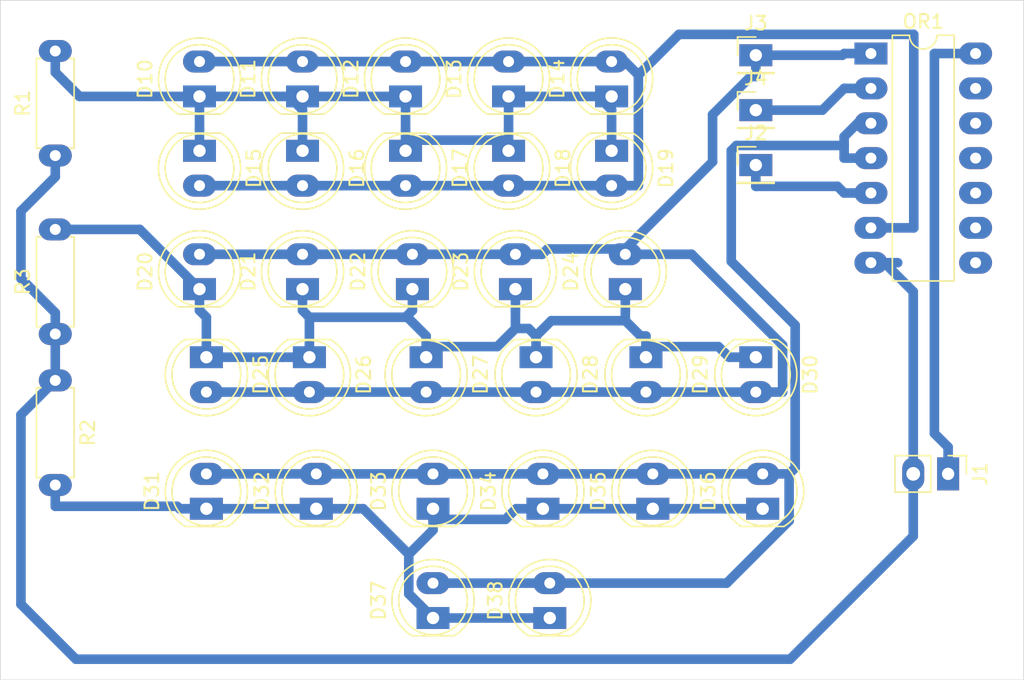
<source format=kicad_pcb>
(kicad_pcb (version 20240108) (generator "pcbnew") (generator_version "8.0")
  (layers (0 "F.Cu" signal) (31 "B.Cu" signal) (34 "B.Paste" user) (35 "F.Paste" user) (36 "B.SilkS" user "B.Silkscreen") (37 "F.SilkS" user "F.Silkscreen") (38 "B.Mask" user) (39 "F.Mask" user) (44 "Edge.Cuts" user))
  (net 0 "")
  (net 1 "Net-(D10-Pad1)")
  (net 2 "OR_OUT2")
  (net 3 "Net-(D20-Pad1)")
  (net 4 "DS2")
  (net 5 "Net-(D31-Pad1)")
  (net 6 "OR_OUT1")
  (net 7 "GND")
  (net 8 "DS1")
  (net 9 "VCC")
  (net 11 "DS3")
  (footprint "Package_DIP:DIP-14_W7.62mm_LongPads" (layer "F.Cu") (at 92.38 44.375)
    (property "Reference" "OR1" (at 3.81 -2.33 0) (layer "F.SilkS"))
    (property "Value" "7432")
    (fp_line (start 1.56 -1.33) (end 1.56 16.57) (stroke (width 0.12)) (layer "F.SilkS"))
    (fp_line (start 1.56 16.57) (end 6.06 16.57) (stroke (width 0.12)) (layer "F.SilkS"))
    (fp_line (start 2.81 -1.33) (end 1.56 -1.33) (stroke (width 0.12)) (layer "F.SilkS"))
    (fp_line (start 6.06 -1.33) (end 4.81 -1.33) (stroke (width 0.12)) (layer "F.SilkS"))
    (fp_line (start 6.06 16.57) (end 6.06 -1.33) (stroke (width 0.12)) (layer "F.SilkS"))
    (fp_arc (start 4.81 -1.33) (mid 3.81 -0.33) (end 2.81 -1.33) (stroke (width 0.12)) (layer "F.SilkS"))
    (pad "1" thru_hole rect (at 0 0) (size 2.4 1.6) (drill 0.8) (layers "*.Cu" "*.Mask") (net 4 "DS2"))
    (pad "2" thru_hole oval (at 0 2.54) (size 2.4 1.6) (drill 0.8) (layers "*.Cu" "*.Mask") (net 11 "DS3"))
    (pad "3" thru_hole oval (at 0 5.08) (size 2.4 1.6) (drill 0.8) (layers "*.Cu" "*.Mask") (net 6 "OR_OUT1"))
    (pad "4" thru_hole oval (at 0 7.62) (size 2.4 1.6) (drill 0.8) (layers "*.Cu" "*.Mask") (net 6 "OR_OUT1"))
    (pad "5" thru_hole oval (at 0 10.16) (size 2.4 1.6) (drill 0.8) (layers "*.Cu" "*.Mask") (net 8 "DS1"))
    (pad "6" thru_hole oval (at 0 12.7) (size 2.4 1.6) (drill 0.8) (layers "*.Cu" "*.Mask") (net 2 "OR_OUT2"))
    (pad "7" thru_hole oval (at 0 15.24) (size 2.4 1.6) (drill 0.8) (layers "*.Cu" "*.Mask") (net 7 "GND"))
    (pad "8" thru_hole oval (at 7.62 15.24) (size 2.4 1.6) (drill 0.8) (layers "*.Cu" "*.Mask"))
    (pad "9" thru_hole oval (at 7.62 12.7) (size 2.4 1.6) (drill 0.8) (layers "*.Cu" "*.Mask"))
    (pad "10" thru_hole oval (at 7.62 10.16) (size 2.4 1.6) (drill 0.8) (layers "*.Cu" "*.Mask"))
    (pad "11" thru_hole oval (at 7.62 7.62) (size 2.4 1.6) (drill 0.8) (layers "*.Cu" "*.Mask"))
    (pad "12" thru_hole oval (at 7.62 5.08) (size 2.4 1.6) (drill 0.8) (layers "*.Cu" "*.Mask"))
    (pad "13" thru_hole oval (at 7.62 2.54) (size 2.4 1.6) (drill 0.8) (layers "*.Cu" "*.Mask"))
    (pad "14" thru_hole oval (at 7.62 0) (size 2.4 1.6) (drill 0.8) (layers "*.Cu" "*.Mask") (net 9 "VCC"))
  )
  (footprint "LED_THT:LED_D5.0mm" (layer "F.Cu") (at 68 66.5 -90)
    (property "Reference" "D28" (at 1.27 -3.96 90) (layer "F.SilkS"))
    (property "Value" "PLAYER2_WIN" (hide yes))
    (fp_line (start -1.29 -1.545) (end -1.29 1.545) (stroke (width 0.12)) (layer "F.SilkS"))
    (fp_arc (start 4.26 -0.000462) (mid 2.072002 2.880433) (end -1.29 1.54483) (stroke (width 0.12)) (layer "F.SilkS"))
    (fp_arc (start -1.29 -1.54483) (mid 2.072002 -2.880433) (end 4.26 0.000462) (stroke (width 0.12)) (layer "F.SilkS"))
    (fp_circle (center 1.27 0) (end 3.77 0) (stroke (width 0.12)) (fill none) (layer "F.SilkS"))
    (pad "1" thru_hole rect (at 0 0 270) (size 1.6 2.4) (drill 0.9) (layers "*.Cu" "*.Mask") (net 3 "Net-(D20-Pad1)"))
    (pad "2" thru_hole oval (at 2.54 0 270) (size 1.6 2.4) (drill 0.8) (layers "*.Cu" "*.Mask") (net 4 "DS2"))
  )
  (footprint "LED_THT:LED_D5.0mm" (layer "F.Cu") (at 51.5 66.5 -90)
    (property "Reference" "D26" (at 1.27 -3.96 90) (layer "F.SilkS"))
    (property "Value" "PLAYER2_WIN" (hide yes))
    (fp_line (start -1.29 -1.545) (end -1.29 1.545) (stroke (width 0.12)) (layer "F.SilkS"))
    (fp_arc (start 4.26 -0.000462) (mid 2.072002 2.880433) (end -1.29 1.54483) (stroke (width 0.12)) (layer "F.SilkS"))
    (fp_arc (start -1.29 -1.54483) (mid 2.072002 -2.880433) (end 4.26 0.000462) (stroke (width 0.12)) (layer "F.SilkS"))
    (fp_circle (center 1.27 0) (end 3.77 0) (stroke (width 0.12)) (fill none) (layer "F.SilkS"))
    (pad "1" thru_hole rect (at 0 0 270) (size 1.6 2.4) (drill 0.9) (layers "*.Cu" "*.Mask") (net 3 "Net-(D20-Pad1)"))
    (pad "2" thru_hole oval (at 2.54 0 270) (size 1.6 2.4) (drill 0.8) (layers "*.Cu" "*.Mask") (net 4 "DS2"))
  )
  (footprint "LED_THT:LED_D5.0mm" (layer "F.Cu") (at 73.5 47.5 90)
    (property "Reference" "D14" (at 1.27 -3.96 90) (layer "F.SilkS"))
    (property "Value" "PLAYER2_WIN" (hide yes))
    (fp_line (start -1.29 -1.545) (end -1.29 1.545) (stroke (width 0.12)) (layer "F.SilkS"))
    (fp_arc (start -1.29 -1.54483) (mid 2.072002 -2.880433) (end 4.26 0.000462) (stroke (width 0.12)) (layer "F.SilkS"))
    (fp_arc (start 4.26 -0.000462) (mid 2.072002 2.880433) (end -1.29 1.54483) (stroke (width 0.12)) (layer "F.SilkS"))
    (fp_circle (center 1.27 0) (end 3.77 0) (stroke (width 0.12)) (fill none) (layer "F.SilkS"))
    (pad "1" thru_hole rect (at 0 0 90) (size 1.6 2.4) (drill 0.9) (layers "*.Cu" "*.Mask") (net 1 "Net-(D10-Pad1)"))
    (pad "2" thru_hole oval (at 2.54 0 90) (size 1.6 2.4) (drill 0.8) (layers "*.Cu" "*.Mask") (net 2 "OR_OUT2"))
  )
  (footprint "LED_THT:LED_D5.0mm" (layer "F.Cu") (at 51 61.54 90)
    (property "Reference" "D21" (at 1.27 -3.96 90) (layer "F.SilkS"))
    (property "Value" "PLAYER2_WIN" (hide yes))
    (fp_line (start -1.29 -1.545) (end -1.29 1.545) (stroke (width 0.12)) (layer "F.SilkS"))
    (fp_arc (start -1.29 -1.54483) (mid 2.072002 -2.880433) (end 4.26 0.000462) (stroke (width 0.12)) (layer "F.SilkS"))
    (fp_arc (start 4.26 -0.000462) (mid 2.072002 2.880433) (end -1.29 1.54483) (stroke (width 0.12)) (layer "F.SilkS"))
    (fp_circle (center 1.27 0) (end 3.77 0) (stroke (width 0.12)) (fill none) (layer "F.SilkS"))
    (pad "1" thru_hole rect (at 0 0 90) (size 1.6 2.4) (drill 0.9) (layers "*.Cu" "*.Mask") (net 3 "Net-(D20-Pad1)"))
    (pad "2" thru_hole oval (at 2.54 0 90) (size 1.6 2.4) (drill 0.8) (layers "*.Cu" "*.Mask") (net 4 "DS2"))
  )
  (footprint "LED_THT:LED_D5.0mm" (layer "F.Cu") (at 73.5 51.46 -90)
    (property "Reference" "D19" (at 1.27 -3.96 90) (layer "F.SilkS"))
    (property "Value" "PLAYER2_WIN" (hide yes))
    (fp_line (start -1.29 -1.545) (end -1.29 1.545) (stroke (width 0.12)) (layer "F.SilkS"))
    (fp_arc (start 4.26 -0.000462) (mid 2.072002 2.880433) (end -1.29 1.54483) (stroke (width 0.12)) (layer "F.SilkS"))
    (fp_arc (start -1.29 -1.54483) (mid 2.072002 -2.880433) (end 4.26 0.000462) (stroke (width 0.12)) (layer "F.SilkS"))
    (fp_circle (center 1.27 0) (end 3.77 0) (stroke (width 0.12)) (fill none) (layer "F.SilkS"))
    (pad "1" thru_hole rect (at 0 0 270) (size 1.6 2.4) (drill 0.9) (layers "*.Cu" "*.Mask") (net 1 "Net-(D10-Pad1)"))
    (pad "2" thru_hole oval (at 2.54 0 270) (size 1.6 2.4) (drill 0.8) (layers "*.Cu" "*.Mask") (net 2 "OR_OUT2"))
  )
  (footprint "LED_THT:LED_D5.0mm" (layer "F.Cu") (at 84 66.5 -90)
    (property "Reference" "D30" (at 1.27 -3.96 90) (layer "F.SilkS"))
    (property "Value" "PLAYER2_WIN" (hide yes))
    (fp_line (start -1.29 -1.545) (end -1.29 1.545) (stroke (width 0.12)) (layer "F.SilkS"))
    (fp_arc (start 4.26 -0.000462) (mid 2.072002 2.880433) (end -1.29 1.54483) (stroke (width 0.12)) (layer "F.SilkS"))
    (fp_arc (start -1.29 -1.54483) (mid 2.072002 -2.880433) (end 4.26 0.000462) (stroke (width 0.12)) (layer "F.SilkS"))
    (fp_circle (center 1.27 0) (end 3.77 0) (stroke (width 0.12)) (fill none) (layer "F.SilkS"))
    (pad "1" thru_hole rect (at 0 0 270) (size 1.6 2.4) (drill 0.9) (layers "*.Cu" "*.Mask") (net 3 "Net-(D20-Pad1)"))
    (pad "2" thru_hole oval (at 2.54 0 270) (size 1.6 2.4) (drill 0.8) (layers "*.Cu" "*.Mask") (net 4 "DS2"))
  )
  (footprint "LED_THT:LED_D5.0mm" (layer "F.Cu") (at 43.5 51.46 -90)
    (property "Reference" "D15" (at 1.27 -3.96 90) (layer "F.SilkS"))
    (property "Value" "PLAYER2_WIN" (hide yes))
    (fp_line (start -1.29 -1.545) (end -1.29 1.545) (stroke (width 0.12)) (layer "F.SilkS"))
    (fp_arc (start 4.26 -0.000462) (mid 2.072002 2.880433) (end -1.29 1.54483) (stroke (width 0.12)) (layer "F.SilkS"))
    (fp_arc (start -1.29 -1.54483) (mid 2.072002 -2.880433) (end 4.26 0.000462) (stroke (width 0.12)) (layer "F.SilkS"))
    (fp_circle (center 1.27 0) (end 3.77 0) (stroke (width 0.12)) (fill none) (layer "F.SilkS"))
    (pad "1" thru_hole rect (at 0 0 270) (size 1.6 2.4) (drill 0.9) (layers "*.Cu" "*.Mask") (net 1 "Net-(D10-Pad1)"))
    (pad "2" thru_hole oval (at 2.54 0 270) (size 1.6 2.4) (drill 0.8) (layers "*.Cu" "*.Mask") (net 2 "OR_OUT2"))
  )
  (footprint "Connector_PinHeader_2.54mm:PinHeader_1x01_P2.54mm_Vertical" (layer "F.Cu") (at 84 52.5)
    (property "Reference" "J2" (at 0 -2.33 0) (layer "F.SilkS"))
    (property "Value" "PINHD_1x1_Male" (hide yes))
    (fp_line (start -1.33 -1.33) (end 0 -1.33) (stroke (width 0.12)) (layer "F.SilkS"))
    (fp_line (start -1.33 0) (end -1.33 -1.33) (stroke (width 0.12)) (layer "F.SilkS"))
    (fp_line (start -1.33 1.27) (end -1.33 1.33) (stroke (width 0.12)) (layer "F.SilkS"))
    (fp_line (start -1.33 1.27) (end 1.33 1.27) (stroke (width 0.12)) (layer "F.SilkS"))
    (fp_line (start -1.33 1.33) (end 1.33 1.33) (stroke (width 0.12)) (layer "F.SilkS"))
    (fp_line (start 1.33 1.27) (end 1.33 1.33) (stroke (width 0.12)) (layer "F.SilkS"))
    (pad "1" thru_hole rect (at 0 0) (size 2.4 1.6) (drill 0.9) (layers "*.Cu" "*.Mask") (net 8 "DS1"))
  )
  (footprint "LED_THT:LED_D5.0mm" (layer "F.Cu") (at 43.5 61.54 90)
    (property "Reference" "D20" (at 1.27 -3.96 90) (layer "F.SilkS"))
    (property "Value" "PLAYER2_WIN" (hide yes))
    (fp_line (start -1.29 -1.545) (end -1.29 1.545) (stroke (width 0.12)) (layer "F.SilkS"))
    (fp_arc (start -1.29 -1.54483) (mid 2.072002 -2.880433) (end 4.26 0.000462) (stroke (width 0.12)) (layer "F.SilkS"))
    (fp_arc (start 4.26 -0.000462) (mid 2.072002 2.880433) (end -1.29 1.54483) (stroke (width 0.12)) (layer "F.SilkS"))
    (fp_circle (center 1.27 0) (end 3.77 0) (stroke (width 0.12)) (fill none) (layer "F.SilkS"))
    (pad "1" thru_hole rect (at 0 0 90) (size 1.6 2.4) (drill 0.9) (layers "*.Cu" "*.Mask") (net 3 "Net-(D20-Pad1)"))
    (pad "2" thru_hole oval (at 2.54 0 90) (size 1.6 2.4) (drill 0.8) (layers "*.Cu" "*.Mask") (net 4 "DS2"))
  )
  (footprint "LED_THT:LED_D5.0mm" (layer "F.Cu") (at 84.5 77.54 90)
    (property "Reference" "D36" (at 1.27 -3.96 90) (layer "F.SilkS"))
    (property "Value" "PLAYER2_WIN" (hide yes))
    (fp_line (start -1.29 -1.545) (end -1.29 1.545) (stroke (width 0.12)) (layer "F.SilkS"))
    (fp_arc (start -1.29 -1.54483) (mid 2.072002 -2.880433) (end 4.26 0.000462) (stroke (width 0.12)) (layer "F.SilkS"))
    (fp_arc (start 4.26 -0.000462) (mid 2.072002 2.880433) (end -1.29 1.54483) (stroke (width 0.12)) (layer "F.SilkS"))
    (fp_circle (center 1.27 0) (end 3.77 0) (stroke (width 0.12)) (fill none) (layer "F.SilkS"))
    (pad "1" thru_hole rect (at 0 0 90) (size 1.6 2.4) (drill 0.9) (layers "*.Cu" "*.Mask") (net 5 "Net-(D31-Pad1)"))
    (pad "2" thru_hole oval (at 2.54 0 90) (size 1.6 2.4) (drill 0.8) (layers "*.Cu" "*.Mask") (net 6 "OR_OUT1"))
  )
  (footprint "Connector_PinHeader_2.54mm:PinHeader_1x02_P2.54mm_Vertical" (layer "F.Cu") (at 98 75 -90)
    (property "Reference" "J1" (at 0 -2.33 90) (layer "F.SilkS"))
    (property "Value" "PINHD_1x2_Male")
    (fp_line (start -1.33 3.87) (end 1.33 3.87) (stroke (width 0.12)) (layer "F.SilkS"))
    (fp_line (start -1.33 1.27) (end -1.33 3.87) (stroke (width 0.12)) (layer "F.SilkS"))
    (fp_line (start -1.33 1.27) (end 1.33 1.27) (stroke (width 0.12)) (layer "F.SilkS"))
    (fp_line (start 1.33 1.27) (end 1.33 3.87) (stroke (width 0.12)) (layer "F.SilkS"))
    (fp_line (start -1.33 0) (end -1.33 -1.33) (stroke (width 0.12)) (layer "F.SilkS"))
    (fp_line (start -1.33 -1.33) (end 0 -1.33) (stroke (width 0.12)) (layer "F.SilkS"))
    (pad "1" thru_hole rect (at 0 0 270) (size 2.4 1.6) (drill 0.9) (layers "*.Cu" "*.Mask") (net 9 "VCC"))
    (pad "2" thru_hole oval (at 0 2.54 270) (size 2.4 1.6) (drill 1) (layers "*.Cu" "*.Mask") (net 7 "GND"))
  )
  (footprint "Resistor_THT:R_Axial_DIN0207_L6.3mm_D2.5mm_P7.62mm_Horizontal" (layer "F.Cu") (at 33 51.81 90)
    (property "Reference" "R1" (at 3.81 -2.37 90) (layer "F.SilkS"))
    (property "Value" "R_Small_US" (hide yes))
    (fp_line (start 7.08 -1.37) (end 7.08 -1.04) (stroke (width 0.12)) (layer "F.SilkS"))
    (fp_line (start 0.54 -1.37) (end 7.08 -1.37) (stroke (width 0.12)) (layer "F.SilkS"))
    (fp_line (start 0.54 -1.04) (end 0.54 -1.37) (stroke (width 0.12)) (layer "F.SilkS"))
    (fp_line (start 0.54 1.04) (end 0.54 1.37) (stroke (width 0.12)) (layer "F.SilkS"))
    (fp_line (start 7.08 1.37) (end 7.08 1.04) (stroke (width 0.12)) (layer "F.SilkS"))
    (fp_line (start 0.54 1.37) (end 7.08 1.37) (stroke (width 0.12)) (layer "F.SilkS"))
    (pad "1" thru_hole oval (at 0 0 90) (size 1.6 2.4) (drill 0.8) (layers "*.Cu" "*.Mask") (net 7 "GND"))
    (pad "2" thru_hole oval (at 7.62 0 90) (size 1.6 2.4) (drill 0.8) (layers "*.Cu" "*.Mask") (net 1 "Net-(D10-Pad1)"))
  )
  (footprint "LED_THT:LED_D5.0mm" (layer "F.Cu") (at 66 51.46 -90)
    (property "Reference" "D18" (at 1.27 -3.96 90) (layer "F.SilkS"))
    (property "Value" "PLAYER2_WIN" (hide yes))
    (fp_line (start -1.29 -1.545) (end -1.29 1.545) (stroke (width 0.12)) (layer "F.SilkS"))
    (fp_arc (start 4.26 -0.000462) (mid 2.072002 2.880433) (end -1.29 1.54483) (stroke (width 0.12)) (layer "F.SilkS"))
    (fp_arc (start -1.29 -1.54483) (mid 2.072002 -2.880433) (end 4.26 0.000462) (stroke (width 0.12)) (layer "F.SilkS"))
    (fp_circle (center 1.27 0) (end 3.77 0) (stroke (width 0.12)) (fill none) (layer "F.SilkS"))
    (pad "1" thru_hole rect (at 0 0 270) (size 1.6 2.4) (drill 0.9) (layers "*.Cu" "*.Mask") (net 1 "Net-(D10-Pad1)"))
    (pad "2" thru_hole oval (at 2.54 0 270) (size 1.6 2.4) (drill 0.8) (layers "*.Cu" "*.Mask") (net 2 "OR_OUT2"))
  )
  (footprint "LED_THT:LED_D5.0mm" (layer "F.Cu") (at 76 66.5 -90)
    (property "Reference" "D29" (at 1.27 -3.96 90) (layer "F.SilkS"))
    (property "Value" "PLAYER2_WIN" (hide yes))
    (fp_line (start -1.29 -1.545) (end -1.29 1.545) (stroke (width 0.12)) (layer "F.SilkS"))
    (fp_arc (start 4.26 -0.000462) (mid 2.072002 2.880433) (end -1.29 1.54483) (stroke (width 0.12)) (layer "F.SilkS"))
    (fp_arc (start -1.29 -1.54483) (mid 2.072002 -2.880433) (end 4.26 0.000462) (stroke (width 0.12)) (layer "F.SilkS"))
    (fp_circle (center 1.27 0) (end 3.77 0) (stroke (width 0.12)) (fill none) (layer "F.SilkS"))
    (pad "1" thru_hole rect (at 0 0 270) (size 1.6 2.4) (drill 0.9) (layers "*.Cu" "*.Mask") (net 3 "Net-(D20-Pad1)"))
    (pad "2" thru_hole oval (at 2.54 0 270) (size 1.6 2.4) (drill 0.8) (layers "*.Cu" "*.Mask") (net 4 "DS2"))
  )
  (footprint "LED_THT:LED_D5.0mm" (layer "F.Cu") (at 60 66.5 -90)
    (property "Reference" "D27" (at 1.27 -3.96 90) (layer "F.SilkS"))
    (property "Value" "PLAYER2_WIN" (hide yes))
    (fp_line (start -1.29 -1.545) (end -1.29 1.545) (stroke (width 0.12)) (layer "F.SilkS"))
    (fp_arc (start 4.26 -0.000462) (mid 2.072002 2.880433) (end -1.29 1.54483) (stroke (width 0.12)) (layer "F.SilkS"))
    (fp_arc (start -1.29 -1.54483) (mid 2.072002 -2.880433) (end 4.26 0.000462) (stroke (width 0.12)) (layer "F.SilkS"))
    (fp_circle (center 1.27 0) (end 3.77 0) (stroke (width 0.12)) (fill none) (layer "F.SilkS"))
    (pad "1" thru_hole rect (at 0 0 270) (size 1.6 2.4) (drill 0.9) (layers "*.Cu" "*.Mask") (net 3 "Net-(D20-Pad1)"))
    (pad "2" thru_hole oval (at 2.54 0 270) (size 1.6 2.4) (drill 0.8) (layers "*.Cu" "*.Mask") (net 4 "DS2"))
  )
  (footprint "LED_THT:LED_D5.0mm" (layer "F.Cu") (at 66 47.5 90)
    (property "Reference" "D13" (at 1.27 -3.96 90) (layer "F.SilkS"))
    (property "Value" "PLAYER2_WIN" (hide yes))
    (fp_line (start -1.29 -1.545) (end -1.29 1.545) (stroke (width 0.12)) (layer "F.SilkS"))
    (fp_arc (start -1.29 -1.54483) (mid 2.072002 -2.880433) (end 4.26 0.000462) (stroke (width 0.12)) (layer "F.SilkS"))
    (fp_arc (start 4.26 -0.000462) (mid 2.072002 2.880433) (end -1.29 1.54483) (stroke (width 0.12)) (layer "F.SilkS"))
    (fp_circle (center 1.27 0) (end 3.77 0) (stroke (width 0.12)) (fill none) (layer "F.SilkS"))
    (pad "1" thru_hole rect (at 0 0 90) (size 1.6 2.4) (drill 0.9) (layers "*.Cu" "*.Mask") (net 1 "Net-(D10-Pad1)"))
    (pad "2" thru_hole oval (at 2.54 0 90) (size 1.6 2.4) (drill 0.8) (layers "*.Cu" "*.Mask") (net 2 "OR_OUT2"))
  )
  (footprint "LED_THT:LED_D5.0mm" (layer "F.Cu") (at 59 61.54 90)
    (property "Reference" "D22" (at 1.27 -3.96 90) (layer "F.SilkS"))
    (property "Value" "PLAYER2_WIN" (hide yes))
    (fp_line (start -1.29 -1.545) (end -1.29 1.545) (stroke (width 0.12)) (layer "F.SilkS"))
    (fp_arc (start -1.29 -1.54483) (mid 2.072002 -2.880433) (end 4.26 0.000462) (stroke (width 0.12)) (layer "F.SilkS"))
    (fp_arc (start 4.26 -0.000462) (mid 2.072002 2.880433) (end -1.29 1.54483) (stroke (width 0.12)) (layer "F.SilkS"))
    (fp_circle (center 1.27 0) (end 3.77 0) (stroke (width 0.12)) (fill none) (layer "F.SilkS"))
    (pad "1" thru_hole rect (at 0 0 90) (size 1.6 2.4) (drill 0.9) (layers "*.Cu" "*.Mask") (net 3 "Net-(D20-Pad1)"))
    (pad "2" thru_hole oval (at 2.54 0 90) (size 1.6 2.4) (drill 0.8) (layers "*.Cu" "*.Mask") (net 4 "DS2"))
  )
  (footprint "Resistor_THT:R_Axial_DIN0207_L6.3mm_D2.5mm_P7.62mm_Horizontal" (layer "F.Cu") (at 33 68.19 -90)
    (property "Reference" "R2" (at 3.81 -2.37 90) (layer "F.SilkS"))
    (property "Value" "R_Small_US" (hide yes))
    (fp_line (start 0.54 1.37) (end 7.08 1.37) (stroke (width 0.12)) (layer "F.SilkS"))
    (fp_line (start 7.08 1.37) (end 7.08 1.04) (stroke (width 0.12)) (layer "F.SilkS"))
    (fp_line (start 0.54 1.04) (end 0.54 1.37) (stroke (width 0.12)) (layer "F.SilkS"))
    (fp_line (start 0.54 -1.04) (end 0.54 -1.37) (stroke (width 0.12)) (layer "F.SilkS"))
    (fp_line (start 0.54 -1.37) (end 7.08 -1.37) (stroke (width 0.12)) (layer "F.SilkS"))
    (fp_line (start 7.08 -1.37) (end 7.08 -1.04) (stroke (width 0.12)) (layer "F.SilkS"))
    (pad "1" thru_hole oval (at 0 0 270) (size 1.6 2.4) (drill 0.8) (layers "*.Cu" "*.Mask") (net 7 "GND"))
    (pad "2" thru_hole oval (at 7.62 0 270) (size 1.6 2.4) (drill 0.8) (layers "*.Cu" "*.Mask") (net 5 "Net-(D31-Pad1)"))
  )
  (footprint "LED_THT:LED_D5.0mm" (layer "F.Cu") (at 76.5 77.54 90)
    (property "Reference" "D35" (at 1.27 -3.96 90) (layer "F.SilkS"))
    (property "Value" "PLAYER2_WIN" (hide yes))
    (fp_line (start -1.29 -1.545) (end -1.29 1.545) (stroke (width 0.12)) (layer "F.SilkS"))
    (fp_arc (start -1.29 -1.54483) (mid 2.072002 -2.880433) (end 4.26 0.000462) (stroke (width 0.12)) (layer "F.SilkS"))
    (fp_arc (start 4.26 -0.000462) (mid 2.072002 2.880433) (end -1.29 1.54483) (stroke (width 0.12)) (layer "F.SilkS"))
    (fp_circle (center 1.27 0) (end 3.77 0) (stroke (width 0.12)) (fill none) (layer "F.SilkS"))
    (pad "1" thru_hole rect (at 0 0 90) (size 1.6 2.4) (drill 0.9) (layers "*.Cu" "*.Mask") (net 5 "Net-(D31-Pad1)"))
    (pad "2" thru_hole oval (at 2.54 0 90) (size 1.6 2.4) (drill 0.8) (layers "*.Cu" "*.Mask") (net 6 "OR_OUT1"))
  )
  (footprint "LED_THT:LED_D5.0mm" (layer "F.Cu") (at 44 66.5 -90)
    (property "Reference" "D25" (at 1.27 -3.96 90) (layer "F.SilkS"))
    (property "Value" "PLAYER2_WIN" (hide yes))
    (fp_line (start -1.29 -1.545) (end -1.29 1.545) (stroke (width 0.12)) (layer "F.SilkS"))
    (fp_arc (start 4.26 -0.000462) (mid 2.072002 2.880433) (end -1.29 1.54483) (stroke (width 0.12)) (layer "F.SilkS"))
    (fp_arc (start -1.29 -1.54483) (mid 2.072002 -2.880433) (end 4.26 0.000462) (stroke (width 0.12)) (layer "F.SilkS"))
    (fp_circle (center 1.27 0) (end 3.77 0) (stroke (width 0.12)) (fill none) (layer "F.SilkS"))
    (pad "1" thru_hole rect (at 0 0 270) (size 1.6 2.4) (drill 0.9) (layers "*.Cu" "*.Mask") (net 3 "Net-(D20-Pad1)"))
    (pad "2" thru_hole oval (at 2.54 0 270) (size 1.6 2.4) (drill 0.8) (layers "*.Cu" "*.Mask") (net 4 "DS2"))
  )
  (footprint "LED_THT:LED_D5.0mm" (layer "F.Cu") (at 68.5 77.54 90)
    (property "Reference" "D34" (at 1.27 -3.96 90) (layer "F.SilkS"))
    (property "Value" "PLAYER2_WIN" (hide yes))
    (fp_line (start -1.29 -1.545) (end -1.29 1.545) (stroke (width 0.12)) (layer "F.SilkS"))
    (fp_arc (start -1.29 -1.54483) (mid 2.072002 -2.880433) (end 4.26 0.000462) (stroke (width 0.12)) (layer "F.SilkS"))
    (fp_arc (start 4.26 -0.000462) (mid 2.072002 2.880433) (end -1.29 1.54483) (stroke (width 0.12)) (layer "F.SilkS"))
    (fp_circle (center 1.27 0) (end 3.77 0) (stroke (width 0.12)) (fill none) (layer "F.SilkS"))
    (pad "1" thru_hole rect (at 0 0 90) (size 1.6 2.4) (drill 0.9) (layers "*.Cu" "*.Mask") (net 5 "Net-(D31-Pad1)"))
    (pad "2" thru_hole oval (at 2.54 0 90) (size 1.6 2.4) (drill 0.8) (layers "*.Cu" "*.Mask") (net 6 "OR_OUT1"))
  )
  (footprint "LED_THT:LED_D5.0mm" (layer "F.Cu") (at 74.5 61.54 90)
    (property "Reference" "D24" (at 1.27 -3.96 90) (layer "F.SilkS"))
    (property "Value" "PLAYER2_WIN" (hide yes))
    (fp_line (start -1.29 -1.545) (end -1.29 1.545) (stroke (width 0.12)) (layer "F.SilkS"))
    (fp_arc (start -1.29 -1.54483) (mid 2.072002 -2.880433) (end 4.26 0.000462) (stroke (width 0.12)) (layer "F.SilkS"))
    (fp_arc (start 4.26 -0.000462) (mid 2.072002 2.880433) (end -1.29 1.54483) (stroke (width 0.12)) (layer "F.SilkS"))
    (fp_circle (center 1.27 0) (end 3.77 0) (stroke (width 0.12)) (fill none) (layer "F.SilkS"))
    (pad "1" thru_hole rect (at 0 0 90) (size 1.6 2.4) (drill 0.9) (layers "*.Cu" "*.Mask") (net 3 "Net-(D20-Pad1)"))
    (pad "2" thru_hole oval (at 2.54 0 90) (size 1.6 2.4) (drill 0.8) (layers "*.Cu" "*.Mask") (net 4 "DS2"))
  )
  (footprint "LED_THT:LED_D5.0mm" (layer "F.Cu") (at 51 51.46 -90)
    (property "Reference" "D16" (at 1.27 -3.96 90) (layer "F.SilkS"))
    (property "Value" "PLAYER2_WIN" (hide yes))
    (fp_line (start -1.29 -1.545) (end -1.29 1.545) (stroke (width 0.12)) (layer "F.SilkS"))
    (fp_arc (start 4.26 -0.000462) (mid 2.072002 2.880433) (end -1.29 1.54483) (stroke (width 0.12)) (layer "F.SilkS"))
    (fp_arc (start -1.29 -1.54483) (mid 2.072002 -2.880433) (end 4.26 0.000462) (stroke (width 0.12)) (layer "F.SilkS"))
    (fp_circle (center 1.27 0) (end 3.77 0) (stroke (width 0.12)) (fill none) (layer "F.SilkS"))
    (pad "1" thru_hole rect (at 0 0 270) (size 1.6 2.4) (drill 0.9) (layers "*.Cu" "*.Mask") (net 1 "Net-(D10-Pad1)"))
    (pad "2" thru_hole oval (at 2.54 0 270) (size 1.6 2.4) (drill 0.8) (layers "*.Cu" "*.Mask") (net 2 "OR_OUT2"))
  )
  (footprint "LED_THT:LED_D5.0mm" (layer "F.Cu") (at 58.5 51.46 -90)
    (property "Reference" "D17" (at 1.27 -3.96 90) (layer "F.SilkS"))
    (property "Value" "PLAYER2_WIN" (hide yes))
    (fp_line (start -1.29 -1.545) (end -1.29 1.545) (stroke (width 0.12)) (layer "F.SilkS"))
    (fp_arc (start 4.26 -0.000462) (mid 2.072002 2.880433) (end -1.29 1.54483) (stroke (width 0.12)) (layer "F.SilkS"))
    (fp_arc (start -1.29 -1.54483) (mid 2.072002 -2.880433) (end 4.26 0.000462) (stroke (width 0.12)) (layer "F.SilkS"))
    (fp_circle (center 1.27 0) (end 3.77 0) (stroke (width 0.12)) (fill none) (layer "F.SilkS"))
    (pad "1" thru_hole rect (at 0 0 270) (size 1.6 2.4) (drill 0.9) (layers "*.Cu" "*.Mask") (net 1 "Net-(D10-Pad1)"))
    (pad "2" thru_hole oval (at 2.54 0 270) (size 1.6 2.4) (drill 0.8) (layers "*.Cu" "*.Mask") (net 2 "OR_OUT2"))
  )
  (footprint "LED_THT:LED_D5.0mm" (layer "F.Cu") (at 69 85.5 90)
    (property "Reference" "D38" (at 1.27 -3.96 90) (layer "F.SilkS"))
    (property "Value" "PLAYER2_WIN" (hide yes))
    (fp_line (start -1.29 -1.545) (end -1.29 1.545) (stroke (width 0.12)) (layer "F.SilkS"))
    (fp_arc (start -1.29 -1.54483) (mid 2.072002 -2.880433) (end 4.26 0.000462) (stroke (width 0.12)) (layer "F.SilkS"))
    (fp_arc (start 4.26 -0.000462) (mid 2.072002 2.880433) (end -1.29 1.54483) (stroke (width 0.12)) (layer "F.SilkS"))
    (fp_circle (center 1.27 0) (end 3.77 0) (stroke (width 0.12)) (fill none) (layer "F.SilkS"))
    (pad "1" thru_hole rect (at 0 0 90) (size 1.6 2.4) (drill 0.9) (layers "*.Cu" "*.Mask") (net 5 "Net-(D31-Pad1)"))
    (pad "2" thru_hole oval (at 2.54 0 90) (size 1.6 2.4) (drill 0.8) (layers "*.Cu" "*.Mask") (net 6 "OR_OUT1"))
  )
  (footprint "Resistor_THT:R_Axial_DIN0207_L6.3mm_D2.5mm_P7.62mm_Horizontal" (layer "F.Cu") (at 33 64.81 90)
    (property "Reference" "R3" (at 3.81 -2.37 90) (layer "F.SilkS"))
    (property "Value" "R_Small_US" (hide yes))
    (fp_line (start 7.08 -1.37) (end 7.08 -1.04) (stroke (width 0.12)) (layer "F.SilkS"))
    (fp_line (start 0.54 -1.37) (end 7.08 -1.37) (stroke (width 0.12)) (layer "F.SilkS"))
    (fp_line (start 0.54 -1.04) (end 0.54 -1.37) (stroke (width 0.12)) (layer "F.SilkS"))
    (fp_line (start 0.54 1.04) (end 0.54 1.37) (stroke (width 0.12)) (layer "F.SilkS"))
    (fp_line (start 7.08 1.37) (end 7.08 1.04) (stroke (width 0.12)) (layer "F.SilkS"))
    (fp_line (start 0.54 1.37) (end 7.08 1.37) (stroke (width 0.12)) (layer "F.SilkS"))
    (pad "1" thru_hole oval (at 0 0 90) (size 1.6 2.4) (drill 0.8) (layers "*.Cu" "*.Mask") (net 7 "GND"))
    (pad "2" thru_hole oval (at 7.62 0 90) (size 1.6 2.4) (drill 0.8) (layers "*.Cu" "*.Mask") (net 3 "Net-(D20-Pad1)"))
  )
  (footprint "Connector_PinHeader_2.54mm:PinHeader_1x01_P2.54mm_Vertical" (layer "F.Cu") (at 84 48.5)
    (property "Reference" "J4" (at 0 -2.33 0) (layer "F.SilkS"))
    (property "Value" "PINHD_1x1_Male" (hide yes))
    (fp_line (start -1.33 -1.33) (end 0 -1.33) (stroke (width 0.12)) (layer "F.SilkS"))
    (fp_line (start -1.33 0) (end -1.33 -1.33) (stroke (width 0.12)) (layer "F.SilkS"))
    (fp_line (start -1.33 1.27) (end -1.33 1.33) (stroke (width 0.12)) (layer "F.SilkS"))
    (fp_line (start -1.33 1.27) (end 1.33 1.27) (stroke (width 0.12)) (layer "F.SilkS"))
    (fp_line (start -1.33 1.33) (end 1.33 1.33) (stroke (width 0.12)) (layer "F.SilkS"))
    (fp_line (start 1.33 1.27) (end 1.33 1.33) (stroke (width 0.12)) (layer "F.SilkS"))
    (pad "1" thru_hole rect (at 0 0) (size 2.4 1.6) (drill 0.9) (layers "*.Cu" "*.Mask") (net 11 "DS3"))
  )
  (footprint "LED_THT:LED_D5.0mm" (layer "F.Cu") (at 52 77.54 90)
    (property "Reference" "D32" (at 1.27 -3.96 90) (layer "F.SilkS"))
    (property "Value" "PLAYER2_WIN" (hide yes))
    (fp_line (start -1.29 -1.545) (end -1.29 1.545) (stroke (width 0.12)) (layer "F.SilkS"))
    (fp_arc (start -1.29 -1.54483) (mid 2.072002 -2.880433) (end 4.26 0.000462) (stroke (width 0.12)) (layer "F.SilkS"))
    (fp_arc (start 4.26 -0.000462) (mid 2.072002 2.880433) (end -1.29 1.54483) (stroke (width 0.12)) (layer "F.SilkS"))
    (fp_circle (center 1.27 0) (end 3.77 0) (stroke (width 0.12)) (fill none) (layer "F.SilkS"))
    (pad "1" thru_hole rect (at 0 0 90) (size 1.6 2.4) (drill 0.9) (layers "*.Cu" "*.Mask") (net 5 "Net-(D31-Pad1)"))
    (pad "2" thru_hole oval (at 2.54 0 90) (size 1.6 2.4) (drill 0.8) (layers "*.Cu" "*.Mask") (net 6 "OR_OUT1"))
  )
  (footprint "LED_THT:LED_D5.0mm" (layer "F.Cu") (at 44 77.54 90)
    (property "Reference" "D31" (at 1.27 -3.96 90) (layer "F.SilkS"))
    (property "Value" "PLAYER2_WIN" (hide yes))
    (fp_line (start -1.29 -1.545) (end -1.29 1.545) (stroke (width 0.12)) (layer "F.SilkS"))
    (fp_arc (start -1.29 -1.54483) (mid 2.072002 -2.880433) (end 4.26 0.000462) (stroke (width 0.12)) (layer "F.SilkS"))
    (fp_arc (start 4.26 -0.000462) (mid 2.072002 2.880433) (end -1.29 1.54483) (stroke (width 0.12)) (layer "F.SilkS"))
    (fp_circle (center 1.27 0) (end 3.77 0) (stroke (width 0.12)) (fill none) (layer "F.SilkS"))
    (pad "1" thru_hole rect (at 0 0 90) (size 1.6 2.4) (drill 0.9) (layers "*.Cu" "*.Mask") (net 5 "Net-(D31-Pad1)"))
    (pad "2" thru_hole oval (at 2.54 0 90) (size 1.6 2.4) (drill 0.8) (layers "*.Cu" "*.Mask") (net 6 "OR_OUT1"))
  )
  (footprint "Connector_PinHeader_2.54mm:PinHeader_1x01_P2.54mm_Vertical" (layer "F.Cu") (at 84 44.5)
    (property "Reference" "J3" (at 0 -2.33 0) (layer "F.SilkS"))
    (property "Value" "PINHD_1x1_Male" (hide yes))
    (fp_line (start -1.33 -1.33) (end 0 -1.33) (stroke (width 0.12)) (layer "F.SilkS"))
    (fp_line (start -1.33 0) (end -1.33 -1.33) (stroke (width 0.12)) (layer "F.SilkS"))
    (fp_line (start -1.33 1.27) (end -1.33 1.33) (stroke (width 0.12)) (layer "F.SilkS"))
    (fp_line (start -1.33 1.27) (end 1.33 1.27) (stroke (width 0.12)) (layer "F.SilkS"))
    (fp_line (start -1.33 1.33) (end 1.33 1.33) (stroke (width 0.12)) (layer "F.SilkS"))
    (fp_line (start 1.33 1.27) (end 1.33 1.33) (stroke (width 0.12)) (layer "F.SilkS"))
    (pad "1" thru_hole rect (at 0 0) (size 2.4 1.6) (drill 0.9) (layers "*.Cu" "*.Mask") (net 4 "DS2"))
  )
  (footprint "LED_THT:LED_D5.0mm" (layer "F.Cu") (at 66.5 61.54 90)
    (property "Reference" "D23" (at 1.27 -3.96 90) (layer "F.SilkS"))
    (property "Value" "PLAYER2_WIN" (hide yes))
    (fp_line (start -1.29 -1.545) (end -1.29 1.545) (stroke (width 0.12)) (layer "F.SilkS"))
    (fp_arc (start -1.29 -1.54483) (mid 2.072002 -2.880433) (end 4.26 0.000462) (stroke (width 0.12)) (layer "F.SilkS"))
    (fp_arc (start 4.26 -0.000462) (mid 2.072002 2.880433) (end -1.29 1.54483) (stroke (width 0.12)) (layer "F.SilkS"))
    (fp_circle (center 1.27 0) (end 3.77 0) (stroke (width 0.12)) (fill none) (layer "F.SilkS"))
    (pad "1" thru_hole rect (at 0 0 90) (size 1.6 2.4) (drill 0.9) (layers "*.Cu" "*.Mask") (net 3 "Net-(D20-Pad1)"))
    (pad "2" thru_hole oval (at 2.54 0 90) (size 1.6 2.4) (drill 0.8) (layers "*.Cu" "*.Mask") (net 4 "DS2"))
  )
  (footprint "LED_THT:LED_D5.0mm" (layer "F.Cu") (at 60.5 85.5 90)
    (property "Reference" "D37" (at 1.27 -3.96 90) (layer "F.SilkS"))
    (property "Value" "PLAYER2_WIN" (hide yes))
    (fp_line (start -1.29 -1.545) (end -1.29 1.545) (stroke (width 0.12)) (layer "F.SilkS"))
    (fp_arc (start -1.29 -1.54483) (mid 2.072002 -2.880433) (end 4.26 0.000462) (stroke (width 0.12)) (layer "F.SilkS"))
    (fp_arc (start 4.26 -0.000462) (mid 2.072002 2.880433) (end -1.29 1.54483) (stroke (width 0.12)) (layer "F.SilkS"))
    (fp_circle (center 1.27 0) (end 3.77 0) (stroke (width 0.12)) (fill none) (layer "F.SilkS"))
    (pad "1" thru_hole rect (at 0 0 90) (size 1.6 2.4) (drill 0.9) (layers "*.Cu" "*.Mask") (net 5 "Net-(D31-Pad1)"))
    (pad "2" thru_hole oval (at 2.54 0 90) (size 1.6 2.4) (drill 0.8) (layers "*.Cu" "*.Mask") (net 6 "OR_OUT1"))
  )
  (footprint "LED_THT:LED_D5.0mm" (layer "F.Cu") (at 58.5 47.5 90)
    (property "Reference" "D12" (at 1.27 -3.96 90) (layer "F.SilkS"))
    (property "Value" "PLAYER2_WIN" (hide yes))
    (fp_line (start -1.29 -1.545) (end -1.29 1.545) (stroke (width 0.12)) (layer "F.SilkS"))
    (fp_arc (start -1.29 -1.54483) (mid 2.072002 -2.880433) (end 4.26 0.000462) (stroke (width 0.12)) (layer "F.SilkS"))
    (fp_arc (start 4.26 -0.000462) (mid 2.072002 2.880433) (end -1.29 1.54483) (stroke (width 0.12)) (layer "F.SilkS"))
    (fp_circle (center 1.27 0) (end 3.77 0) (stroke (width 0.12)) (fill none) (layer "F.SilkS"))
    (pad "1" thru_hole rect (at 0 0 90) (size 1.6 2.4) (drill 0.9) (layers "*.Cu" "*.Mask") (net 1 "Net-(D10-Pad1)"))
    (pad "2" thru_hole oval (at 2.54 0 90) (size 1.6 2.4) (drill 0.8) (layers "*.Cu" "*.Mask") (net 2 "OR_OUT2"))
  )
  (footprint "LED_THT:LED_D5.0mm" (layer "F.Cu") (at 60.5 77.54 90)
    (property "Reference" "D33" (at 1.27 -3.96 90) (layer "F.SilkS"))
    (property "Value" "PLAYER2_WIN" (hide yes))
    (fp_line (start -1.29 -1.545) (end -1.29 1.545) (stroke (width 0.12)) (layer "F.SilkS"))
    (fp_arc (start -1.29 -1.54483) (mid 2.072002 -2.880433) (end 4.26 0.000462) (stroke (width 0.12)) (layer "F.SilkS"))
    (fp_arc (start 4.26 -0.000462) (mid 2.072002 2.880433) (end -1.29 1.54483) (stroke (width 0.12)) (layer "F.SilkS"))
    (fp_circle (center 1.27 0) (end 3.77 0) (stroke (width 0.12)) (fill none) (layer "F.SilkS"))
    (pad "1" thru_hole rect (at 0 0 90) (size 1.6 2.4) (drill 0.9) (layers "*.Cu" "*.Mask") (net 5 "Net-(D31-Pad1)"))
    (pad "2" thru_hole oval (at 2.54 0 90) (size 1.6 2.4) (drill 0.8) (layers "*.Cu" "*.Mask") (net 6 "OR_OUT1"))
  )
  (footprint "LED_THT:LED_D5.0mm" (layer "F.Cu") (at 51 47.5 90)
    (property "Reference" "D11" (at 1.27 -3.96 90) (layer "F.SilkS"))
    (property "Value" "PLAYER2_WIN" (hide yes))
    (fp_line (start -1.29 -1.545) (end -1.29 1.545) (stroke (width 0.12)) (layer "F.SilkS"))
    (fp_arc (start -1.29 -1.54483) (mid 2.072002 -2.880433) (end 4.26 0.000462) (stroke (width 0.12)) (layer "F.SilkS"))
    (fp_arc (start 4.26 -0.000462) (mid 2.072002 2.880433) (end -1.29 1.54483) (stroke (width 0.12)) (layer "F.SilkS"))
    (fp_circle (center 1.27 0) (end 3.77 0) (stroke (width 0.12)) (fill none) (layer "F.SilkS"))
    (pad "1" thru_hole rect (at 0 0 90) (size 1.6 2.4) (drill 0.9) (layers "*.Cu" "*.Mask") (net 1 "Net-(D10-Pad1)"))
    (pad "2" thru_hole oval (at 2.54 0 90) (size 1.6 2.4) (drill 0.8) (layers "*.Cu" "*.Mask") (net 2 "OR_OUT2"))
  )
  (footprint "LED_THT:LED_D5.0mm" (layer "F.Cu") (at 43.5 47.5 90)
    (property "Reference" "D10" (at 1.27 -3.96 90) (layer "F.SilkS"))
    (property "Value" "PLAYER2_WIN" (hide yes))
    (fp_line (start -1.29 -1.545) (end -1.29 1.545) (stroke (width 0.12)) (layer "F.SilkS"))
    (fp_arc (start -1.29 -1.54483) (mid 2.072002 -2.880433) (end 4.26 0.000462) (stroke (width 0.12)) (layer "F.SilkS"))
    (fp_arc (start 4.26 -0.000462) (mid 2.072002 2.880433) (end -1.29 1.54483) (stroke (width 0.12)) (layer "F.SilkS"))
    (fp_circle (center 1.27 0) (end 3.77 0) (stroke (width 0.12)) (fill none) (layer "F.SilkS"))
    (pad "1" thru_hole rect (at 0 0 90) (size 1.6 2.4) (drill 0.9) (layers "*.Cu" "*.Mask") (net 1 "Net-(D10-Pad1)"))
    (pad "2" thru_hole oval (at 2.54 0 90) (size 1.6 2.4) (drill 0.8) (layers "*.Cu" "*.Mask") (net 2 "OR_OUT2"))
  )
  (gr_rect (start 29 40.5) (end 103.5 90) (stroke (width 0.05)) (fill none) (layer "Edge.Cuts"))
  (segment (start 51 47.5) (end 50.025 47.5) (width 0.7) (layer "B.Cu") (net 1))
  (segment (start 33 44.19) (end 33 45.74) (width 0.7) (layer "B.Cu") (net 1))
  (segment (start 73.5 47.5) (end 72.525 47.5) (width 0.7) (layer "B.Cu") (net 1))
  (segment (start 73.5 48.475) (end 73.5 51.46) (width 0.7) (layer "B.Cu") (net 1))
  (segment (start 66 51.46) (end 66 50.685) (width 0.7) (layer "B.Cu") (net 1))
  (segment (start 58.5 50.685) (end 66 50.685) (width 0.7) (layer "B.Cu") (net 1))
  (segment (start 72.525 47.5) (end 71.55 47.5) (width 0.7) (layer "B.Cu") (net 1))
  (segment (start 43.5 47.5) (end 49.05 47.5) (width 0.7) (layer "B.Cu") (net 1))
  (segment (start 51 47.5) (end 58.5 47.5) (width 0.7) (layer "B.Cu") (net 1))
  (segment (start 33 45.74) (end 34.76 47.5) (width 0.7) (layer "B.Cu") (net 1))
  (segment (start 50.025 47.5) (end 49.05 47.5) (width 0.7) (layer "B.Cu") (net 1))
  (segment (start 43.5 51.46) (end 43.5 49.91) (width 0.7) (layer "B.Cu") (net 1))
  (segment (start 43.5 47.5) (end 43.5 49.91) (width 0.7) (layer "B.Cu") (net 1))
  (segment (start 58.5 50.685) (end 58.5 49.91) (width 0.7) (layer "B.Cu") (net 1))
  (segment (start 51 48.475) (end 51 51.46) (width 0.7) (layer "B.Cu") (net 1))
  (segment (start 50.025 47.5) (end 51 48.475) (width 0.7) (layer "B.Cu") (net 1))
  (segment (start 72.525 47.5) (end 73.5 48.475) (width 0.7) (layer "B.Cu") (net 1))
  (segment (start 66 50.685) (end 66 49.91) (width 0.7) (layer "B.Cu") (net 1))
  (segment (start 58.5 47.5) (end 58.5 49.91) (width 0.7) (layer "B.Cu") (net 1))
  (segment (start 34.76 47.5) (end 43.5 47.5) (width 0.7) (layer "B.Cu") (net 1))
  (segment (start 58.5 51.46) (end 58.5 50.685) (width 0.7) (layer "B.Cu") (net 1))
  (segment (start 66 47.5) (end 71.55 47.5) (width 0.7) (layer "B.Cu") (net 1))
  (segment (start 66 47.5) (end 66 49.91) (width 0.7) (layer "B.Cu") (net 1))
  (segment (start 95.5 43) (end 95.5 57.075) (width 0.7) (layer "B.Cu") (net 2))
  (segment (start 95.4789 42.9789) (end 95.5 43) (width 0.7) (layer "B.Cu") (net 2))
  (segment (start 66 54) (end 58.5 54) (width 0.7) (layer "B.Cu") (net 2))
  (segment (start 66 54) (end 73.5 54) (width 0.7) (layer "B.Cu") (net 2))
  (segment (start 58.5 44.96) (end 66 44.96) (width 0.7) (layer "B.Cu") (net 2))
  (segment (start 51 54) (end 43.5 54) (width 0.7) (layer "B.Cu") (net 2))
  (segment (start 74.475 44.96) (end 75.45 45.935) (width 0.7) (layer "B.Cu") (net 2))
  (segment (start 73.5 44.96) (end 74.475 44.96) (width 0.7) (layer "B.Cu") (net 2))
  (segment (start 43.5 44.96) (end 51 44.96) (width 0.7) (layer "B.Cu") (net 2))
  (segment (start 51 44.96) (end 58.5 44.96) (width 0.7) (layer "B.Cu") (net 2))
  (segment (start 73.5 54) (end 75.45 54) (width 0.7) (layer "B.Cu") (net 2))
  (segment (start 58.5 54) (end 51 54) (width 0.7) (layer "B.Cu") (net 2))
  (segment (start 78.4061 42.9789) (end 95.4789 42.9789) (width 0.7) (layer "B.Cu") (net 2))
  (segment (start 66 44.96) (end 73.5 44.96) (width 0.7) (layer "B.Cu") (net 2))
  (segment (start 95.5 57.075) (end 92.38 57.075) (width 0.7) (layer "B.Cu") (net 2))
  (segment (start 75.45 45.935) (end 78.4061 42.9789) (width 0.7) (layer "B.Cu") (net 2))
  (segment (start 75.45 45.935) (end 75.45 54) (width 0.7) (layer "B.Cu") (net 2))
  (segment (start 75.61 64.95) (end 74.5 63.84) (width 0.7) (layer "B.Cu") (net 3))
  (segment (start 51 61.54) (end 51 63.09) (width 0.7) (layer "B.Cu") (net 3))
  (segment (start 66.5 64.4075) (end 66.5 63.09) (width 0.7) (layer "B.Cu") (net 3))
  (segment (start 76 64.95) (end 75.61 64.95) (width 0.7) (layer "B.Cu") (net 3))
  (segment (start 58.57 63.52) (end 59 63.09) (width 0.7) (layer "B.Cu") (net 3))
  (segment (start 43.5 63.09) (end 44 63.59) (width 0.7) (layer "B.Cu") (net 3))
  (segment (start 51.5 66.5) (end 51.5 65.725) (width 0.7) (layer "B.Cu") (net 3))
  (segment (start 66.5 61.54) (end 66.5 63.09) (width 0.7) (layer "B.Cu") (net 3))
  (segment (start 68 66.5) (end 68 64.95) (width 0.7) (layer "B.Cu") (net 3))
  (segment (start 66.5 64.4075) (end 67.4575 64.4075) (width 0.7) (layer "B.Cu") (net 3))
  (segment (start 51.5 63.59) (end 51 63.09) (width 0.7) (layer "B.Cu") (net 3))
  (segment (start 81.275 65.725) (end 82.05 66.5) (width 0.7) (layer "B.Cu") (net 3))
  (segment (start 51.5 63.59) (end 58.5 63.59) (width 0.7) (layer "B.Cu") (net 3))
  (segment (start 43.5 61.54) (end 43.5 63.09) (width 0.7) (layer "B.Cu") (net 3))
  (segment (start 44 66.5) (end 49.55 66.5) (width 0.7) (layer "B.Cu") (net 3))
  (segment (start 65.1825 65.725) (end 66.5 64.4075) (width 0.7) (layer "B.Cu") (net 3))
  (segment (start 50.525 66.5) (end 49.55 66.5) (width 0.7) (layer "B.Cu") (net 3))
  (segment (start 74.5 61.54) (end 74.5 63.09) (width 0.7) (layer "B.Cu") (net 3))
  (segment (start 74.5 63.84) (end 74.5 63.09) (width 0.7) (layer "B.Cu") (net 3))
  (segment (start 60 65.725) (end 65.1825 65.725) (width 0.7) (layer "B.Cu") (net 3))
  (segment (start 60 65.725) (end 60 64.95) (width 0.7) (layer "B.Cu") (net 3))
  (segment (start 74.5 63.84) (end 69.11 63.84) (width 0.7) (layer "B.Cu") (net 3))
  (segment (start 50.525 66.5) (end 51.5 66.5) (width 0.7) (layer "B.Cu") (net 3))
  (segment (start 76 65.725) (end 76 64.95) (width 0.7) (layer "B.Cu") (net 3))
  (segment (start 69.11 63.84) (end 68 64.95) (width 0.7) (layer "B.Cu") (net 3))
  (segment (start 39.15 57.19) (end 43.5 61.54) (width 0.7) (layer "B.Cu") (net 3))
  (segment (start 51.5 65.725) (end 51.5 63.59) (width 0.7) (layer "B.Cu") (net 3))
  (segment (start 58.57 63.52) (end 60 64.95) (width 0.7) (layer "B.Cu") (net 3))
  (segment (start 60 66.5) (end 60 65.725) (width 0.7) (layer "B.Cu") (net 3))
  (segment (start 84 66.5) (end 82.05 66.5) (width 0.7) (layer "B.Cu") (net 3))
  (segment (start 67.4575 64.4075) (end 68 64.95) (width 0.7) (layer "B.Cu") (net 3))
  (segment (start 44 63.59) (end 44 66.5) (width 0.7) (layer "B.Cu") (net 3))
  (segment (start 76 66.5) (end 76 65.725) (width 0.7) (layer "B.Cu") (net 3))
  (segment (start 33 57.19) (end 39.15 57.19) (width 0.7) (layer "B.Cu") (net 3))
  (segment (start 59 61.54) (end 59 63.09) (width 0.7) (layer "B.Cu") (net 3))
  (segment (start 76 65.725) (end 81.275 65.725) (width 0.7) (layer "B.Cu") (net 3))
  (segment (start 58.5 63.59) (end 58.57 63.52) (width 0.7) (layer "B.Cu") (net 3))
  (segment (start 90.305 44.5) (end 84 44.5) (width 0.7) (layer "B.Cu") (net 4))
  (segment (start 74.5 59) (end 74.5 58.6125) (width 0.7) (layer "B.Cu") (net 4))
  (segment (start 74.5 59) (end 79.33 59) (width 0.7) (layer "B.Cu") (net 4))
  (segment (start 44 69.04) (end 51.5 69.04) (width 0.7) (layer "B.Cu") (net 4))
  (segment (start 76 69.04) (end 68 69.04) (width 0.7) (layer "B.Cu") (net 4))
  (segment (start 66.5 59) (end 59 59) (width 0.7) (layer "B.Cu") (net 4))
  (segment (start 84 44.5) (end 84 46.05) (width 0.7) (layer "B.Cu") (net 4))
  (segment (start 80.8518 48.8275) (end 80.8518 52.2607) (width 0.7) (layer "B.Cu") (net 4))
  (segment (start 43.5 59) (end 51 59) (width 0.7) (layer "B.Cu") (net 4))
  (segment (start 60 69.04) (end 68 69.04) (width 0.7) (layer "B.Cu") (net 4))
  (segment (start 80.8518 52.2607) (end 74.5 58.6125) (width 0.7) (layer "B.Cu") (net 4))
  (segment (start 84 69.04) (end 85.95 69.04) (width 0.7) (layer "B.Cu") (net 4))
  (segment (start 59 59) (end 51 59) (width 0.7) (layer "B.Cu") (net 4))
  (segment (start 84 46.05) (end 83.6293 46.05) (width 0.7) (layer "B.Cu") (net 4))
  (segment (start 68.8375 58.6125) (end 74.5 58.6125) (width 0.7) (layer "B.Cu") (net 4))
  (segment (start 68.45 59) (end 68.8375 58.6125) (width 0.7) (layer "B.Cu") (net 4))
  (segment (start 51.5 69.04) (end 60 69.04) (width 0.7) (layer "B.Cu") (net 4))
  (segment (start 85.95 65.62) (end 85.95 69.04) (width 0.7) (layer "B.Cu") (net 4))
  (segment (start 66.5 59) (end 68.45 59) (width 0.7) (layer "B.Cu") (net 4))
  (segment (start 92.38 44.375) (end 90.43 44.375) (width 0.7) (layer "B.Cu") (net 4))
  (segment (start 83.6293 46.05) (end 80.8518 48.8275) (width 0.7) (layer "B.Cu") (net 4))
  (segment (start 90.43 44.375) (end 90.305 44.5) (width 0.7) (layer "B.Cu") (net 4))
  (segment (start 76 69.04) (end 84 69.04) (width 0.7) (layer "B.Cu") (net 4))
  (segment (start 79.33 59) (end 85.95 65.62) (width 0.7) (layer "B.Cu") (net 4))
  (segment (start 60.5 85.5) (end 67.05 85.5) (width 0.7) (layer "B.Cu") (net 5))
  (segment (start 41.87 77.36) (end 42.05 77.54) (width 0.7) (layer "B.Cu") (net 5))
  (segment (start 60.5 77.54) (end 60.5 78.315) (width 0.7) (layer "B.Cu") (net 5))
  (segment (start 58.7349 80.8551) (end 58.7349 83.7349) (width 0.7) (layer "B.Cu") (net 5))
  (segment (start 58.7349 83.7349) (end 60.5 85.5) (width 0.7) (layer "B.Cu") (net 5))
  (segment (start 65.775 78.315) (end 66.55 77.54) (width 0.7) (layer "B.Cu") (net 5))
  (segment (start 44 77.54) (end 52 77.54) (width 0.7) (layer "B.Cu") (net 5))
  (segment (start 60.5 79.09) (end 58.7349 80.8551) (width 0.7) (layer "B.Cu") (net 5))
  (segment (start 55.4198 77.54) (end 58.7349 80.8551) (width 0.7) (layer "B.Cu") (net 5))
  (segment (start 60.5 78.315) (end 65.775 78.315) (width 0.7) (layer "B.Cu") (net 5))
  (segment (start 76.5 77.54) (end 84.5 77.54) (width 0.7) (layer "B.Cu") (net 5))
  (segment (start 68.5 77.54) (end 76.5 77.54) (width 0.7) (layer "B.Cu") (net 5))
  (segment (start 52 77.54) (end 55.4198 77.54) (width 0.7) (layer "B.Cu") (net 5))
  (segment (start 68.5 77.54) (end 66.55 77.54) (width 0.7) (layer "B.Cu") (net 5))
  (segment (start 69 85.5) (end 67.05 85.5) (width 0.7) (layer "B.Cu") (net 5))
  (segment (start 44 77.54) (end 42.05 77.54) (width 0.7) (layer "B.Cu") (net 5))
  (segment (start 33 77.36) (end 41.87 77.36) (width 0.7) (layer "B.Cu") (net 5))
  (segment (start 33 75.81) (end 33 77.36) (width 0.7) (layer "B.Cu") (net 5))
  (segment (start 60.5 78.315) (end 60.5 79.09) (width 0.7) (layer "B.Cu") (net 5))
  (segment (start 86.425 78.4149) (end 86.425 75) (width 0.7) (layer "B.Cu") (net 6))
  (segment (start 81.8799 82.96) (end 86.425 78.4149) (width 0.7) (layer "B.Cu") (net 6))
  (segment (start 84.5 75) (end 86.425 75) (width 0.7) (layer "B.Cu") (net 6))
  (segment (start 52 75) (end 60.5 75) (width 0.7) (layer "B.Cu") (net 6))
  (segment (start 90.43 50.43) (end 90.43 51.0751) (width 0.7) (layer "B.Cu") (net 6))
  (segment (start 60.5 82.96) (end 69 82.96) (width 0.7) (layer "B.Cu") (net 6))
  (segment (start 52 75) (end 44 75) (width 0.7) (layer "B.Cu") (net 6))
  (segment (start 86.8645 74.5605) (end 86.425 75) (width 0.7) (layer "B.Cu") (net 6))
  (segment (start 92.38 49.455) (end 91.405 49.455) (width 0.7) (layer "B.Cu") (net 6))
  (segment (start 68.5 75) (end 76.5 75) (width 0.7) (layer "B.Cu") (net 6))
  (segment (start 82.2106 51.4527) (end 82.2106 59.5147) (width 0.7) (layer "B.Cu") (net 6))
  (segment (start 69 82.96) (end 81.8799 82.96) (width 0.7) (layer "B.Cu") (net 6))
  (segment (start 91.405 49.455) (end 90.43 50.43) (width 0.7) (layer "B.Cu") (net 6))
  (segment (start 92.38 51.995) (end 90.43 51.995) (width 0.7) (layer "B.Cu") (net 6))
  (segment (start 90.43 51.0751) (end 90.43 51.995) (width 0.7) (layer "B.Cu") (net 6))
  (segment (start 82.2106 59.5147) (end 86.8645 64.1686) (width 0.7) (layer "B.Cu") (net 6))
  (segment (start 90.43 51.0751) (end 82.5882 51.0751) (width 0.7) (layer "B.Cu") (net 6))
  (segment (start 60.5 75) (end 68.5 75) (width 0.7) (layer "B.Cu") (net 6))
  (segment (start 86.8645 64.1686) (end 86.8645 74.5605) (width 0.7) (layer "B.Cu") (net 6))
  (segment (start 76.5 75) (end 84.5 75) (width 0.7) (layer "B.Cu") (net 6))
  (segment (start 82.5882 51.0751) (end 82.2106 51.4527) (width 0.7) (layer "B.Cu") (net 6))
  (segment (start 95.46 75) (end 95.46 79.54) (width 0.7) (layer "B.Cu") (net 7))
  (segment (start 95.46 79.54) (end 86.5 88.5) (width 0.7) (layer "B.Cu") (net 7))
  (segment (start 33 64.81) (end 33 63.26) (width 0.7) (layer "B.Cu") (net 7))
  (segment (start 33 68.19) (end 33 64.81) (width 0.7) (layer "B.Cu") (net 7))
  (segment (start 93.355 59.615) (end 94.33 59.615) (width 0.7) (layer "B.Cu") (net 7))
  (segment (start 30.5 60.76) (end 30.5 55.86) (width 0.7) (layer "B.Cu") (net 7))
  (segment (start 92.38 59.615) (end 93.355 59.615) (width 0.7) (layer "B.Cu") (net 7))
  (segment (start 30.5 84.5) (end 30.5 70.69) (width 0.7) (layer "B.Cu") (net 7))
  (segment (start 30.5 55.86) (end 33 53.36) (width 0.7) (layer "B.Cu") (net 7))
  (segment (start 33 63.26) (end 30.5 60.76) (width 0.7) (layer "B.Cu") (net 7))
  (segment (start 34.5 88.5) (end 30.5 84.5) (width 0.7) (layer "B.Cu") (net 7))
  (segment (start 86.5 88.5) (end 34.5 88.5) (width 0.7) (layer "B.Cu") (net 7))
  (segment (start 93.355 59.615) (end 95.46 61.72) (width 0.7) (layer "B.Cu") (net 7))
  (segment (start 33 53.36) (end 33 51.81) (width 0.7) (layer "B.Cu") (net 7))
  (segment (start 30.5 70.69) (end 33 68.19) (width 0.7) (layer "B.Cu") (net 7))
  (segment (start 95.46 61.72) (end 95.46 75) (width 0.7) (layer "B.Cu") (net 7))
  (segment (start 92.38 54.535) (end 90.43 54.535) (width 0.7) (layer "B.Cu") (net 8))
  (segment (start 89.945 54.05) (end 90.43 54.535) (width 0.7) (layer "B.Cu") (net 8))
  (segment (start 84 52.5) (end 84 54.05) (width 0.7) (layer "B.Cu") (net 8))
  (segment (start 84 54.05) (end 89.945 54.05) (width 0.7) (layer "B.Cu") (net 8))
  (segment (start 97 72.05) (end 97 44.375) (width 0.7) (layer "B.Cu") (net 9))
  (segment (start 98 73.05) (end 97 72.05) (width 0.7) (layer "B.Cu") (net 9))
  (segment (start 98 75) (end 98 73.05) (width 0.7) (layer "B.Cu") (net 9))
  (segment (start 97 44.375) (end 100 44.375) (width 0.7) (layer "B.Cu") (net 9))
  (segment (start 92.38 46.915) (end 90.43 46.915) (width 0.7) (layer "B.Cu") (net 11))
  (segment (start 84 48.5) (end 88.845 48.5) (width 0.7) (layer "B.Cu") (net 11))
  (segment (start 88.845 48.5) (end 90.43 46.915) (width 0.7) (layer "B.Cu") (net 11))
)
</source>
